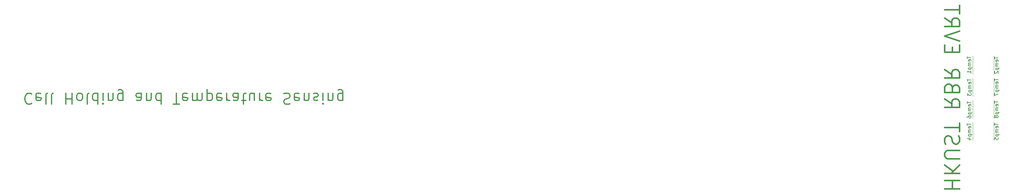
<source format=gbr>
%TF.GenerationSoftware,KiCad,Pcbnew,9.0.2*%
%TF.CreationDate,2025-07-25T15:19:20+08:00*%
%TF.ProjectId,accum_pcb_under,61636375-6d5f-4706-9362-5f756e646572,rev?*%
%TF.SameCoordinates,Original*%
%TF.FileFunction,Legend,Bot*%
%TF.FilePolarity,Positive*%
%FSLAX46Y46*%
G04 Gerber Fmt 4.6, Leading zero omitted, Abs format (unit mm)*
G04 Created by KiCad (PCBNEW 9.0.2) date 2025-07-25 15:19:20*
%MOMM*%
%LPD*%
G01*
G04 APERTURE LIST*
%ADD10C,0.100000*%
%ADD11C,0.150000*%
%ADD12C,0.400000*%
%ADD13C,0.300000*%
G04 APERTURE END LIST*
D10*
X529530115Y-199446257D02*
X529530115Y-204446257D01*
X523805115Y-199454590D02*
X523805115Y-204454590D01*
X529530115Y-217571257D02*
X529530115Y-222571257D01*
X529530115Y-211529590D02*
X529530115Y-216529590D01*
X523805115Y-217579590D02*
X523805115Y-222579590D01*
X523805115Y-205496257D02*
X523805115Y-210496257D01*
X523805115Y-211537923D02*
X523805115Y-216537923D01*
X529530115Y-205487924D02*
X529530115Y-210487924D01*
D11*
X529699934Y-217823512D02*
X529699934Y-218394940D01*
X530699934Y-218109226D02*
X529699934Y-218109226D01*
X530652315Y-219109226D02*
X530699934Y-219013988D01*
X530699934Y-219013988D02*
X530699934Y-218823512D01*
X530699934Y-218823512D02*
X530652315Y-218728274D01*
X530652315Y-218728274D02*
X530557076Y-218680655D01*
X530557076Y-218680655D02*
X530176124Y-218680655D01*
X530176124Y-218680655D02*
X530080886Y-218728274D01*
X530080886Y-218728274D02*
X530033267Y-218823512D01*
X530033267Y-218823512D02*
X530033267Y-219013988D01*
X530033267Y-219013988D02*
X530080886Y-219109226D01*
X530080886Y-219109226D02*
X530176124Y-219156845D01*
X530176124Y-219156845D02*
X530271362Y-219156845D01*
X530271362Y-219156845D02*
X530366600Y-218680655D01*
X530699934Y-219585417D02*
X530033267Y-219585417D01*
X530128505Y-219585417D02*
X530080886Y-219633036D01*
X530080886Y-219633036D02*
X530033267Y-219728274D01*
X530033267Y-219728274D02*
X530033267Y-219871131D01*
X530033267Y-219871131D02*
X530080886Y-219966369D01*
X530080886Y-219966369D02*
X530176124Y-220013988D01*
X530176124Y-220013988D02*
X530699934Y-220013988D01*
X530176124Y-220013988D02*
X530080886Y-220061607D01*
X530080886Y-220061607D02*
X530033267Y-220156845D01*
X530033267Y-220156845D02*
X530033267Y-220299702D01*
X530033267Y-220299702D02*
X530080886Y-220394941D01*
X530080886Y-220394941D02*
X530176124Y-220442560D01*
X530176124Y-220442560D02*
X530699934Y-220442560D01*
X530033267Y-220918750D02*
X531033267Y-220918750D01*
X530080886Y-220918750D02*
X530033267Y-221013988D01*
X530033267Y-221013988D02*
X530033267Y-221204464D01*
X530033267Y-221204464D02*
X530080886Y-221299702D01*
X530080886Y-221299702D02*
X530128505Y-221347321D01*
X530128505Y-221347321D02*
X530223743Y-221394940D01*
X530223743Y-221394940D02*
X530509457Y-221394940D01*
X530509457Y-221394940D02*
X530604695Y-221347321D01*
X530604695Y-221347321D02*
X530652315Y-221299702D01*
X530652315Y-221299702D02*
X530699934Y-221204464D01*
X530699934Y-221204464D02*
X530699934Y-221013988D01*
X530699934Y-221013988D02*
X530652315Y-220918750D01*
X529699934Y-222299702D02*
X529699934Y-221823512D01*
X529699934Y-221823512D02*
X530176124Y-221775893D01*
X530176124Y-221775893D02*
X530128505Y-221823512D01*
X530128505Y-221823512D02*
X530080886Y-221918750D01*
X530080886Y-221918750D02*
X530080886Y-222156845D01*
X530080886Y-222156845D02*
X530128505Y-222252083D01*
X530128505Y-222252083D02*
X530176124Y-222299702D01*
X530176124Y-222299702D02*
X530271362Y-222347321D01*
X530271362Y-222347321D02*
X530509457Y-222347321D01*
X530509457Y-222347321D02*
X530604695Y-222299702D01*
X530604695Y-222299702D02*
X530652315Y-222252083D01*
X530652315Y-222252083D02*
X530699934Y-222156845D01*
X530699934Y-222156845D02*
X530699934Y-221918750D01*
X530699934Y-221918750D02*
X530652315Y-221823512D01*
X530652315Y-221823512D02*
X530604695Y-221775893D01*
X522299934Y-199623512D02*
X522299934Y-200194940D01*
X523299934Y-199909226D02*
X522299934Y-199909226D01*
X523252315Y-200909226D02*
X523299934Y-200813988D01*
X523299934Y-200813988D02*
X523299934Y-200623512D01*
X523299934Y-200623512D02*
X523252315Y-200528274D01*
X523252315Y-200528274D02*
X523157076Y-200480655D01*
X523157076Y-200480655D02*
X522776124Y-200480655D01*
X522776124Y-200480655D02*
X522680886Y-200528274D01*
X522680886Y-200528274D02*
X522633267Y-200623512D01*
X522633267Y-200623512D02*
X522633267Y-200813988D01*
X522633267Y-200813988D02*
X522680886Y-200909226D01*
X522680886Y-200909226D02*
X522776124Y-200956845D01*
X522776124Y-200956845D02*
X522871362Y-200956845D01*
X522871362Y-200956845D02*
X522966600Y-200480655D01*
X523299934Y-201385417D02*
X522633267Y-201385417D01*
X522728505Y-201385417D02*
X522680886Y-201433036D01*
X522680886Y-201433036D02*
X522633267Y-201528274D01*
X522633267Y-201528274D02*
X522633267Y-201671131D01*
X522633267Y-201671131D02*
X522680886Y-201766369D01*
X522680886Y-201766369D02*
X522776124Y-201813988D01*
X522776124Y-201813988D02*
X523299934Y-201813988D01*
X522776124Y-201813988D02*
X522680886Y-201861607D01*
X522680886Y-201861607D02*
X522633267Y-201956845D01*
X522633267Y-201956845D02*
X522633267Y-202099702D01*
X522633267Y-202099702D02*
X522680886Y-202194941D01*
X522680886Y-202194941D02*
X522776124Y-202242560D01*
X522776124Y-202242560D02*
X523299934Y-202242560D01*
X522633267Y-202718750D02*
X523633267Y-202718750D01*
X522680886Y-202718750D02*
X522633267Y-202813988D01*
X522633267Y-202813988D02*
X522633267Y-203004464D01*
X522633267Y-203004464D02*
X522680886Y-203099702D01*
X522680886Y-203099702D02*
X522728505Y-203147321D01*
X522728505Y-203147321D02*
X522823743Y-203194940D01*
X522823743Y-203194940D02*
X523109457Y-203194940D01*
X523109457Y-203194940D02*
X523204695Y-203147321D01*
X523204695Y-203147321D02*
X523252315Y-203099702D01*
X523252315Y-203099702D02*
X523299934Y-203004464D01*
X523299934Y-203004464D02*
X523299934Y-202813988D01*
X523299934Y-202813988D02*
X523252315Y-202718750D01*
X523299934Y-204147321D02*
X523299934Y-203575893D01*
X523299934Y-203861607D02*
X522299934Y-203861607D01*
X522299934Y-203861607D02*
X522442791Y-203766369D01*
X522442791Y-203766369D02*
X522538029Y-203671131D01*
X522538029Y-203671131D02*
X522585648Y-203575893D01*
X529699934Y-205698512D02*
X529699934Y-206269940D01*
X530699934Y-205984226D02*
X529699934Y-205984226D01*
X530652315Y-206984226D02*
X530699934Y-206888988D01*
X530699934Y-206888988D02*
X530699934Y-206698512D01*
X530699934Y-206698512D02*
X530652315Y-206603274D01*
X530652315Y-206603274D02*
X530557076Y-206555655D01*
X530557076Y-206555655D02*
X530176124Y-206555655D01*
X530176124Y-206555655D02*
X530080886Y-206603274D01*
X530080886Y-206603274D02*
X530033267Y-206698512D01*
X530033267Y-206698512D02*
X530033267Y-206888988D01*
X530033267Y-206888988D02*
X530080886Y-206984226D01*
X530080886Y-206984226D02*
X530176124Y-207031845D01*
X530176124Y-207031845D02*
X530271362Y-207031845D01*
X530271362Y-207031845D02*
X530366600Y-206555655D01*
X530699934Y-207460417D02*
X530033267Y-207460417D01*
X530128505Y-207460417D02*
X530080886Y-207508036D01*
X530080886Y-207508036D02*
X530033267Y-207603274D01*
X530033267Y-207603274D02*
X530033267Y-207746131D01*
X530033267Y-207746131D02*
X530080886Y-207841369D01*
X530080886Y-207841369D02*
X530176124Y-207888988D01*
X530176124Y-207888988D02*
X530699934Y-207888988D01*
X530176124Y-207888988D02*
X530080886Y-207936607D01*
X530080886Y-207936607D02*
X530033267Y-208031845D01*
X530033267Y-208031845D02*
X530033267Y-208174702D01*
X530033267Y-208174702D02*
X530080886Y-208269941D01*
X530080886Y-208269941D02*
X530176124Y-208317560D01*
X530176124Y-208317560D02*
X530699934Y-208317560D01*
X530033267Y-208793750D02*
X531033267Y-208793750D01*
X530080886Y-208793750D02*
X530033267Y-208888988D01*
X530033267Y-208888988D02*
X530033267Y-209079464D01*
X530033267Y-209079464D02*
X530080886Y-209174702D01*
X530080886Y-209174702D02*
X530128505Y-209222321D01*
X530128505Y-209222321D02*
X530223743Y-209269940D01*
X530223743Y-209269940D02*
X530509457Y-209269940D01*
X530509457Y-209269940D02*
X530604695Y-209222321D01*
X530604695Y-209222321D02*
X530652315Y-209174702D01*
X530652315Y-209174702D02*
X530699934Y-209079464D01*
X530699934Y-209079464D02*
X530699934Y-208888988D01*
X530699934Y-208888988D02*
X530652315Y-208793750D01*
X529699934Y-209603274D02*
X529699934Y-210269940D01*
X529699934Y-210269940D02*
X530699934Y-209841369D01*
X522324934Y-205773512D02*
X522324934Y-206344940D01*
X523324934Y-206059226D02*
X522324934Y-206059226D01*
X523277315Y-207059226D02*
X523324934Y-206963988D01*
X523324934Y-206963988D02*
X523324934Y-206773512D01*
X523324934Y-206773512D02*
X523277315Y-206678274D01*
X523277315Y-206678274D02*
X523182076Y-206630655D01*
X523182076Y-206630655D02*
X522801124Y-206630655D01*
X522801124Y-206630655D02*
X522705886Y-206678274D01*
X522705886Y-206678274D02*
X522658267Y-206773512D01*
X522658267Y-206773512D02*
X522658267Y-206963988D01*
X522658267Y-206963988D02*
X522705886Y-207059226D01*
X522705886Y-207059226D02*
X522801124Y-207106845D01*
X522801124Y-207106845D02*
X522896362Y-207106845D01*
X522896362Y-207106845D02*
X522991600Y-206630655D01*
X523324934Y-207535417D02*
X522658267Y-207535417D01*
X522753505Y-207535417D02*
X522705886Y-207583036D01*
X522705886Y-207583036D02*
X522658267Y-207678274D01*
X522658267Y-207678274D02*
X522658267Y-207821131D01*
X522658267Y-207821131D02*
X522705886Y-207916369D01*
X522705886Y-207916369D02*
X522801124Y-207963988D01*
X522801124Y-207963988D02*
X523324934Y-207963988D01*
X522801124Y-207963988D02*
X522705886Y-208011607D01*
X522705886Y-208011607D02*
X522658267Y-208106845D01*
X522658267Y-208106845D02*
X522658267Y-208249702D01*
X522658267Y-208249702D02*
X522705886Y-208344941D01*
X522705886Y-208344941D02*
X522801124Y-208392560D01*
X522801124Y-208392560D02*
X523324934Y-208392560D01*
X522658267Y-208868750D02*
X523658267Y-208868750D01*
X522705886Y-208868750D02*
X522658267Y-208963988D01*
X522658267Y-208963988D02*
X522658267Y-209154464D01*
X522658267Y-209154464D02*
X522705886Y-209249702D01*
X522705886Y-209249702D02*
X522753505Y-209297321D01*
X522753505Y-209297321D02*
X522848743Y-209344940D01*
X522848743Y-209344940D02*
X523134457Y-209344940D01*
X523134457Y-209344940D02*
X523229695Y-209297321D01*
X523229695Y-209297321D02*
X523277315Y-209249702D01*
X523277315Y-209249702D02*
X523324934Y-209154464D01*
X523324934Y-209154464D02*
X523324934Y-208963988D01*
X523324934Y-208963988D02*
X523277315Y-208868750D01*
X522324934Y-209678274D02*
X522324934Y-210297321D01*
X522324934Y-210297321D02*
X522705886Y-209963988D01*
X522705886Y-209963988D02*
X522705886Y-210106845D01*
X522705886Y-210106845D02*
X522753505Y-210202083D01*
X522753505Y-210202083D02*
X522801124Y-210249702D01*
X522801124Y-210249702D02*
X522896362Y-210297321D01*
X522896362Y-210297321D02*
X523134457Y-210297321D01*
X523134457Y-210297321D02*
X523229695Y-210249702D01*
X523229695Y-210249702D02*
X523277315Y-210202083D01*
X523277315Y-210202083D02*
X523324934Y-210106845D01*
X523324934Y-210106845D02*
X523324934Y-209821131D01*
X523324934Y-209821131D02*
X523277315Y-209725893D01*
X523277315Y-209725893D02*
X523229695Y-209678274D01*
D12*
X516119438Y-235726052D02*
X520119438Y-235726052D01*
X518214676Y-235726052D02*
X518214676Y-233440337D01*
X516119438Y-233440337D02*
X520119438Y-233440337D01*
X516119438Y-231535576D02*
X520119438Y-231535576D01*
X516119438Y-229249861D02*
X518405153Y-230964147D01*
X520119438Y-229249861D02*
X517833724Y-231535576D01*
X520119438Y-227535576D02*
X516881343Y-227535576D01*
X516881343Y-227535576D02*
X516500391Y-227345099D01*
X516500391Y-227345099D02*
X516309915Y-227154623D01*
X516309915Y-227154623D02*
X516119438Y-226773671D01*
X516119438Y-226773671D02*
X516119438Y-226011766D01*
X516119438Y-226011766D02*
X516309915Y-225630814D01*
X516309915Y-225630814D02*
X516500391Y-225440337D01*
X516500391Y-225440337D02*
X516881343Y-225249861D01*
X516881343Y-225249861D02*
X520119438Y-225249861D01*
X516309915Y-223535576D02*
X516119438Y-222964147D01*
X516119438Y-222964147D02*
X516119438Y-222011766D01*
X516119438Y-222011766D02*
X516309915Y-221630814D01*
X516309915Y-221630814D02*
X516500391Y-221440338D01*
X516500391Y-221440338D02*
X516881343Y-221249861D01*
X516881343Y-221249861D02*
X517262295Y-221249861D01*
X517262295Y-221249861D02*
X517643248Y-221440338D01*
X517643248Y-221440338D02*
X517833724Y-221630814D01*
X517833724Y-221630814D02*
X518024200Y-222011766D01*
X518024200Y-222011766D02*
X518214676Y-222773671D01*
X518214676Y-222773671D02*
X518405153Y-223154623D01*
X518405153Y-223154623D02*
X518595629Y-223345100D01*
X518595629Y-223345100D02*
X518976581Y-223535576D01*
X518976581Y-223535576D02*
X519357534Y-223535576D01*
X519357534Y-223535576D02*
X519738486Y-223345100D01*
X519738486Y-223345100D02*
X519928962Y-223154623D01*
X519928962Y-223154623D02*
X520119438Y-222773671D01*
X520119438Y-222773671D02*
X520119438Y-221821290D01*
X520119438Y-221821290D02*
X519928962Y-221249861D01*
X520119438Y-220107004D02*
X520119438Y-217821290D01*
X516119438Y-218964147D02*
X520119438Y-218964147D01*
X516119438Y-211154623D02*
X518024200Y-212487957D01*
X516119438Y-213440338D02*
X520119438Y-213440338D01*
X520119438Y-213440338D02*
X520119438Y-211916528D01*
X520119438Y-211916528D02*
X519928962Y-211535576D01*
X519928962Y-211535576D02*
X519738486Y-211345099D01*
X519738486Y-211345099D02*
X519357534Y-211154623D01*
X519357534Y-211154623D02*
X518786105Y-211154623D01*
X518786105Y-211154623D02*
X518405153Y-211345099D01*
X518405153Y-211345099D02*
X518214676Y-211535576D01*
X518214676Y-211535576D02*
X518024200Y-211916528D01*
X518024200Y-211916528D02*
X518024200Y-213440338D01*
X518214676Y-208107004D02*
X518024200Y-207535576D01*
X518024200Y-207535576D02*
X517833724Y-207345099D01*
X517833724Y-207345099D02*
X517452772Y-207154623D01*
X517452772Y-207154623D02*
X516881343Y-207154623D01*
X516881343Y-207154623D02*
X516500391Y-207345099D01*
X516500391Y-207345099D02*
X516309915Y-207535576D01*
X516309915Y-207535576D02*
X516119438Y-207916528D01*
X516119438Y-207916528D02*
X516119438Y-209440338D01*
X516119438Y-209440338D02*
X520119438Y-209440338D01*
X520119438Y-209440338D02*
X520119438Y-208107004D01*
X520119438Y-208107004D02*
X519928962Y-207726052D01*
X519928962Y-207726052D02*
X519738486Y-207535576D01*
X519738486Y-207535576D02*
X519357534Y-207345099D01*
X519357534Y-207345099D02*
X518976581Y-207345099D01*
X518976581Y-207345099D02*
X518595629Y-207535576D01*
X518595629Y-207535576D02*
X518405153Y-207726052D01*
X518405153Y-207726052D02*
X518214676Y-208107004D01*
X518214676Y-208107004D02*
X518214676Y-209440338D01*
X516119438Y-203154623D02*
X518024200Y-204487957D01*
X516119438Y-205440338D02*
X520119438Y-205440338D01*
X520119438Y-205440338D02*
X520119438Y-203916528D01*
X520119438Y-203916528D02*
X519928962Y-203535576D01*
X519928962Y-203535576D02*
X519738486Y-203345099D01*
X519738486Y-203345099D02*
X519357534Y-203154623D01*
X519357534Y-203154623D02*
X518786105Y-203154623D01*
X518786105Y-203154623D02*
X518405153Y-203345099D01*
X518405153Y-203345099D02*
X518214676Y-203535576D01*
X518214676Y-203535576D02*
X518024200Y-203916528D01*
X518024200Y-203916528D02*
X518024200Y-205440338D01*
X518214676Y-198392719D02*
X518214676Y-197059385D01*
X516119438Y-196487957D02*
X516119438Y-198392719D01*
X516119438Y-198392719D02*
X520119438Y-198392719D01*
X520119438Y-198392719D02*
X520119438Y-196487957D01*
X520119438Y-195345099D02*
X516119438Y-194011766D01*
X516119438Y-194011766D02*
X520119438Y-192678432D01*
X516119438Y-189059385D02*
X518024200Y-190392719D01*
X516119438Y-191345100D02*
X520119438Y-191345100D01*
X520119438Y-191345100D02*
X520119438Y-189821290D01*
X520119438Y-189821290D02*
X519928962Y-189440338D01*
X519928962Y-189440338D02*
X519738486Y-189249861D01*
X519738486Y-189249861D02*
X519357534Y-189059385D01*
X519357534Y-189059385D02*
X518786105Y-189059385D01*
X518786105Y-189059385D02*
X518405153Y-189249861D01*
X518405153Y-189249861D02*
X518214676Y-189440338D01*
X518214676Y-189440338D02*
X518024200Y-189821290D01*
X518024200Y-189821290D02*
X518024200Y-191345100D01*
X520119438Y-187916528D02*
X520119438Y-185630814D01*
X516119438Y-186773671D02*
X520119438Y-186773671D01*
D11*
X522299934Y-211898512D02*
X522299934Y-212469940D01*
X523299934Y-212184226D02*
X522299934Y-212184226D01*
X523252315Y-213184226D02*
X523299934Y-213088988D01*
X523299934Y-213088988D02*
X523299934Y-212898512D01*
X523299934Y-212898512D02*
X523252315Y-212803274D01*
X523252315Y-212803274D02*
X523157076Y-212755655D01*
X523157076Y-212755655D02*
X522776124Y-212755655D01*
X522776124Y-212755655D02*
X522680886Y-212803274D01*
X522680886Y-212803274D02*
X522633267Y-212898512D01*
X522633267Y-212898512D02*
X522633267Y-213088988D01*
X522633267Y-213088988D02*
X522680886Y-213184226D01*
X522680886Y-213184226D02*
X522776124Y-213231845D01*
X522776124Y-213231845D02*
X522871362Y-213231845D01*
X522871362Y-213231845D02*
X522966600Y-212755655D01*
X523299934Y-213660417D02*
X522633267Y-213660417D01*
X522728505Y-213660417D02*
X522680886Y-213708036D01*
X522680886Y-213708036D02*
X522633267Y-213803274D01*
X522633267Y-213803274D02*
X522633267Y-213946131D01*
X522633267Y-213946131D02*
X522680886Y-214041369D01*
X522680886Y-214041369D02*
X522776124Y-214088988D01*
X522776124Y-214088988D02*
X523299934Y-214088988D01*
X522776124Y-214088988D02*
X522680886Y-214136607D01*
X522680886Y-214136607D02*
X522633267Y-214231845D01*
X522633267Y-214231845D02*
X522633267Y-214374702D01*
X522633267Y-214374702D02*
X522680886Y-214469941D01*
X522680886Y-214469941D02*
X522776124Y-214517560D01*
X522776124Y-214517560D02*
X523299934Y-214517560D01*
X522633267Y-214993750D02*
X523633267Y-214993750D01*
X522680886Y-214993750D02*
X522633267Y-215088988D01*
X522633267Y-215088988D02*
X522633267Y-215279464D01*
X522633267Y-215279464D02*
X522680886Y-215374702D01*
X522680886Y-215374702D02*
X522728505Y-215422321D01*
X522728505Y-215422321D02*
X522823743Y-215469940D01*
X522823743Y-215469940D02*
X523109457Y-215469940D01*
X523109457Y-215469940D02*
X523204695Y-215422321D01*
X523204695Y-215422321D02*
X523252315Y-215374702D01*
X523252315Y-215374702D02*
X523299934Y-215279464D01*
X523299934Y-215279464D02*
X523299934Y-215088988D01*
X523299934Y-215088988D02*
X523252315Y-214993750D01*
X522299934Y-216327083D02*
X522299934Y-216136607D01*
X522299934Y-216136607D02*
X522347553Y-216041369D01*
X522347553Y-216041369D02*
X522395172Y-215993750D01*
X522395172Y-215993750D02*
X522538029Y-215898512D01*
X522538029Y-215898512D02*
X522728505Y-215850893D01*
X522728505Y-215850893D02*
X523109457Y-215850893D01*
X523109457Y-215850893D02*
X523204695Y-215898512D01*
X523204695Y-215898512D02*
X523252315Y-215946131D01*
X523252315Y-215946131D02*
X523299934Y-216041369D01*
X523299934Y-216041369D02*
X523299934Y-216231845D01*
X523299934Y-216231845D02*
X523252315Y-216327083D01*
X523252315Y-216327083D02*
X523204695Y-216374702D01*
X523204695Y-216374702D02*
X523109457Y-216422321D01*
X523109457Y-216422321D02*
X522871362Y-216422321D01*
X522871362Y-216422321D02*
X522776124Y-216374702D01*
X522776124Y-216374702D02*
X522728505Y-216327083D01*
X522728505Y-216327083D02*
X522680886Y-216231845D01*
X522680886Y-216231845D02*
X522680886Y-216041369D01*
X522680886Y-216041369D02*
X522728505Y-215946131D01*
X522728505Y-215946131D02*
X522776124Y-215898512D01*
X522776124Y-215898512D02*
X522871362Y-215850893D01*
X529699934Y-211798512D02*
X529699934Y-212369940D01*
X530699934Y-212084226D02*
X529699934Y-212084226D01*
X530652315Y-213084226D02*
X530699934Y-212988988D01*
X530699934Y-212988988D02*
X530699934Y-212798512D01*
X530699934Y-212798512D02*
X530652315Y-212703274D01*
X530652315Y-212703274D02*
X530557076Y-212655655D01*
X530557076Y-212655655D02*
X530176124Y-212655655D01*
X530176124Y-212655655D02*
X530080886Y-212703274D01*
X530080886Y-212703274D02*
X530033267Y-212798512D01*
X530033267Y-212798512D02*
X530033267Y-212988988D01*
X530033267Y-212988988D02*
X530080886Y-213084226D01*
X530080886Y-213084226D02*
X530176124Y-213131845D01*
X530176124Y-213131845D02*
X530271362Y-213131845D01*
X530271362Y-213131845D02*
X530366600Y-212655655D01*
X530699934Y-213560417D02*
X530033267Y-213560417D01*
X530128505Y-213560417D02*
X530080886Y-213608036D01*
X530080886Y-213608036D02*
X530033267Y-213703274D01*
X530033267Y-213703274D02*
X530033267Y-213846131D01*
X530033267Y-213846131D02*
X530080886Y-213941369D01*
X530080886Y-213941369D02*
X530176124Y-213988988D01*
X530176124Y-213988988D02*
X530699934Y-213988988D01*
X530176124Y-213988988D02*
X530080886Y-214036607D01*
X530080886Y-214036607D02*
X530033267Y-214131845D01*
X530033267Y-214131845D02*
X530033267Y-214274702D01*
X530033267Y-214274702D02*
X530080886Y-214369941D01*
X530080886Y-214369941D02*
X530176124Y-214417560D01*
X530176124Y-214417560D02*
X530699934Y-214417560D01*
X530033267Y-214893750D02*
X531033267Y-214893750D01*
X530080886Y-214893750D02*
X530033267Y-214988988D01*
X530033267Y-214988988D02*
X530033267Y-215179464D01*
X530033267Y-215179464D02*
X530080886Y-215274702D01*
X530080886Y-215274702D02*
X530128505Y-215322321D01*
X530128505Y-215322321D02*
X530223743Y-215369940D01*
X530223743Y-215369940D02*
X530509457Y-215369940D01*
X530509457Y-215369940D02*
X530604695Y-215322321D01*
X530604695Y-215322321D02*
X530652315Y-215274702D01*
X530652315Y-215274702D02*
X530699934Y-215179464D01*
X530699934Y-215179464D02*
X530699934Y-214988988D01*
X530699934Y-214988988D02*
X530652315Y-214893750D01*
X530128505Y-215941369D02*
X530080886Y-215846131D01*
X530080886Y-215846131D02*
X530033267Y-215798512D01*
X530033267Y-215798512D02*
X529938029Y-215750893D01*
X529938029Y-215750893D02*
X529890410Y-215750893D01*
X529890410Y-215750893D02*
X529795172Y-215798512D01*
X529795172Y-215798512D02*
X529747553Y-215846131D01*
X529747553Y-215846131D02*
X529699934Y-215941369D01*
X529699934Y-215941369D02*
X529699934Y-216131845D01*
X529699934Y-216131845D02*
X529747553Y-216227083D01*
X529747553Y-216227083D02*
X529795172Y-216274702D01*
X529795172Y-216274702D02*
X529890410Y-216322321D01*
X529890410Y-216322321D02*
X529938029Y-216322321D01*
X529938029Y-216322321D02*
X530033267Y-216274702D01*
X530033267Y-216274702D02*
X530080886Y-216227083D01*
X530080886Y-216227083D02*
X530128505Y-216131845D01*
X530128505Y-216131845D02*
X530128505Y-215941369D01*
X530128505Y-215941369D02*
X530176124Y-215846131D01*
X530176124Y-215846131D02*
X530223743Y-215798512D01*
X530223743Y-215798512D02*
X530318981Y-215750893D01*
X530318981Y-215750893D02*
X530509457Y-215750893D01*
X530509457Y-215750893D02*
X530604695Y-215798512D01*
X530604695Y-215798512D02*
X530652315Y-215846131D01*
X530652315Y-215846131D02*
X530699934Y-215941369D01*
X530699934Y-215941369D02*
X530699934Y-216131845D01*
X530699934Y-216131845D02*
X530652315Y-216227083D01*
X530652315Y-216227083D02*
X530604695Y-216274702D01*
X530604695Y-216274702D02*
X530509457Y-216322321D01*
X530509457Y-216322321D02*
X530318981Y-216322321D01*
X530318981Y-216322321D02*
X530223743Y-216274702D01*
X530223743Y-216274702D02*
X530176124Y-216227083D01*
X530176124Y-216227083D02*
X530128505Y-216131845D01*
D13*
X267181054Y-209940047D02*
X267038197Y-209797190D01*
X267038197Y-209797190D02*
X266609625Y-209654332D01*
X266609625Y-209654332D02*
X266323911Y-209654332D01*
X266323911Y-209654332D02*
X265895340Y-209797190D01*
X265895340Y-209797190D02*
X265609625Y-210082904D01*
X265609625Y-210082904D02*
X265466768Y-210368618D01*
X265466768Y-210368618D02*
X265323911Y-210940047D01*
X265323911Y-210940047D02*
X265323911Y-211368618D01*
X265323911Y-211368618D02*
X265466768Y-211940047D01*
X265466768Y-211940047D02*
X265609625Y-212225761D01*
X265609625Y-212225761D02*
X265895340Y-212511475D01*
X265895340Y-212511475D02*
X266323911Y-212654332D01*
X266323911Y-212654332D02*
X266609625Y-212654332D01*
X266609625Y-212654332D02*
X267038197Y-212511475D01*
X267038197Y-212511475D02*
X267181054Y-212368618D01*
X269609625Y-209797190D02*
X269323911Y-209654332D01*
X269323911Y-209654332D02*
X268752483Y-209654332D01*
X268752483Y-209654332D02*
X268466768Y-209797190D01*
X268466768Y-209797190D02*
X268323911Y-210082904D01*
X268323911Y-210082904D02*
X268323911Y-211225761D01*
X268323911Y-211225761D02*
X268466768Y-211511475D01*
X268466768Y-211511475D02*
X268752483Y-211654332D01*
X268752483Y-211654332D02*
X269323911Y-211654332D01*
X269323911Y-211654332D02*
X269609625Y-211511475D01*
X269609625Y-211511475D02*
X269752483Y-211225761D01*
X269752483Y-211225761D02*
X269752483Y-210940047D01*
X269752483Y-210940047D02*
X268323911Y-210654332D01*
X271466769Y-209654332D02*
X271181054Y-209797190D01*
X271181054Y-209797190D02*
X271038197Y-210082904D01*
X271038197Y-210082904D02*
X271038197Y-212654332D01*
X273038198Y-209654332D02*
X272752483Y-209797190D01*
X272752483Y-209797190D02*
X272609626Y-210082904D01*
X272609626Y-210082904D02*
X272609626Y-212654332D01*
X276466769Y-209654332D02*
X276466769Y-212654332D01*
X276466769Y-211225761D02*
X278181055Y-211225761D01*
X278181055Y-209654332D02*
X278181055Y-212654332D01*
X280038198Y-209654332D02*
X279752483Y-209797190D01*
X279752483Y-209797190D02*
X279609626Y-209940047D01*
X279609626Y-209940047D02*
X279466769Y-210225761D01*
X279466769Y-210225761D02*
X279466769Y-211082904D01*
X279466769Y-211082904D02*
X279609626Y-211368618D01*
X279609626Y-211368618D02*
X279752483Y-211511475D01*
X279752483Y-211511475D02*
X280038198Y-211654332D01*
X280038198Y-211654332D02*
X280466769Y-211654332D01*
X280466769Y-211654332D02*
X280752483Y-211511475D01*
X280752483Y-211511475D02*
X280895341Y-211368618D01*
X280895341Y-211368618D02*
X281038198Y-211082904D01*
X281038198Y-211082904D02*
X281038198Y-210225761D01*
X281038198Y-210225761D02*
X280895341Y-209940047D01*
X280895341Y-209940047D02*
X280752483Y-209797190D01*
X280752483Y-209797190D02*
X280466769Y-209654332D01*
X280466769Y-209654332D02*
X280038198Y-209654332D01*
X282752484Y-209654332D02*
X282466769Y-209797190D01*
X282466769Y-209797190D02*
X282323912Y-210082904D01*
X282323912Y-210082904D02*
X282323912Y-212654332D01*
X285181056Y-209654332D02*
X285181056Y-212654332D01*
X285181056Y-209797190D02*
X284895341Y-209654332D01*
X284895341Y-209654332D02*
X284323913Y-209654332D01*
X284323913Y-209654332D02*
X284038198Y-209797190D01*
X284038198Y-209797190D02*
X283895341Y-209940047D01*
X283895341Y-209940047D02*
X283752484Y-210225761D01*
X283752484Y-210225761D02*
X283752484Y-211082904D01*
X283752484Y-211082904D02*
X283895341Y-211368618D01*
X283895341Y-211368618D02*
X284038198Y-211511475D01*
X284038198Y-211511475D02*
X284323913Y-211654332D01*
X284323913Y-211654332D02*
X284895341Y-211654332D01*
X284895341Y-211654332D02*
X285181056Y-211511475D01*
X286609627Y-209654332D02*
X286609627Y-211654332D01*
X286609627Y-212654332D02*
X286466770Y-212511475D01*
X286466770Y-212511475D02*
X286609627Y-212368618D01*
X286609627Y-212368618D02*
X286752484Y-212511475D01*
X286752484Y-212511475D02*
X286609627Y-212654332D01*
X286609627Y-212654332D02*
X286609627Y-212368618D01*
X288038198Y-211654332D02*
X288038198Y-209654332D01*
X288038198Y-211368618D02*
X288181055Y-211511475D01*
X288181055Y-211511475D02*
X288466770Y-211654332D01*
X288466770Y-211654332D02*
X288895341Y-211654332D01*
X288895341Y-211654332D02*
X289181055Y-211511475D01*
X289181055Y-211511475D02*
X289323913Y-211225761D01*
X289323913Y-211225761D02*
X289323913Y-209654332D01*
X292038199Y-211654332D02*
X292038199Y-209225761D01*
X292038199Y-209225761D02*
X291895341Y-208940047D01*
X291895341Y-208940047D02*
X291752484Y-208797190D01*
X291752484Y-208797190D02*
X291466770Y-208654332D01*
X291466770Y-208654332D02*
X291038199Y-208654332D01*
X291038199Y-208654332D02*
X290752484Y-208797190D01*
X292038199Y-209797190D02*
X291752484Y-209654332D01*
X291752484Y-209654332D02*
X291181056Y-209654332D01*
X291181056Y-209654332D02*
X290895341Y-209797190D01*
X290895341Y-209797190D02*
X290752484Y-209940047D01*
X290752484Y-209940047D02*
X290609627Y-210225761D01*
X290609627Y-210225761D02*
X290609627Y-211082904D01*
X290609627Y-211082904D02*
X290752484Y-211368618D01*
X290752484Y-211368618D02*
X290895341Y-211511475D01*
X290895341Y-211511475D02*
X291181056Y-211654332D01*
X291181056Y-211654332D02*
X291752484Y-211654332D01*
X291752484Y-211654332D02*
X292038199Y-211511475D01*
X297038199Y-209654332D02*
X297038199Y-211225761D01*
X297038199Y-211225761D02*
X296895341Y-211511475D01*
X296895341Y-211511475D02*
X296609627Y-211654332D01*
X296609627Y-211654332D02*
X296038199Y-211654332D01*
X296038199Y-211654332D02*
X295752484Y-211511475D01*
X297038199Y-209797190D02*
X296752484Y-209654332D01*
X296752484Y-209654332D02*
X296038199Y-209654332D01*
X296038199Y-209654332D02*
X295752484Y-209797190D01*
X295752484Y-209797190D02*
X295609627Y-210082904D01*
X295609627Y-210082904D02*
X295609627Y-210368618D01*
X295609627Y-210368618D02*
X295752484Y-210654332D01*
X295752484Y-210654332D02*
X296038199Y-210797190D01*
X296038199Y-210797190D02*
X296752484Y-210797190D01*
X296752484Y-210797190D02*
X297038199Y-210940047D01*
X298466770Y-211654332D02*
X298466770Y-209654332D01*
X298466770Y-211368618D02*
X298609627Y-211511475D01*
X298609627Y-211511475D02*
X298895342Y-211654332D01*
X298895342Y-211654332D02*
X299323913Y-211654332D01*
X299323913Y-211654332D02*
X299609627Y-211511475D01*
X299609627Y-211511475D02*
X299752485Y-211225761D01*
X299752485Y-211225761D02*
X299752485Y-209654332D01*
X302466771Y-209654332D02*
X302466771Y-212654332D01*
X302466771Y-209797190D02*
X302181056Y-209654332D01*
X302181056Y-209654332D02*
X301609628Y-209654332D01*
X301609628Y-209654332D02*
X301323913Y-209797190D01*
X301323913Y-209797190D02*
X301181056Y-209940047D01*
X301181056Y-209940047D02*
X301038199Y-210225761D01*
X301038199Y-210225761D02*
X301038199Y-211082904D01*
X301038199Y-211082904D02*
X301181056Y-211368618D01*
X301181056Y-211368618D02*
X301323913Y-211511475D01*
X301323913Y-211511475D02*
X301609628Y-211654332D01*
X301609628Y-211654332D02*
X302181056Y-211654332D01*
X302181056Y-211654332D02*
X302466771Y-211511475D01*
X305752485Y-212654332D02*
X307466771Y-212654332D01*
X306609628Y-209654332D02*
X306609628Y-212654332D01*
X309609627Y-209797190D02*
X309323913Y-209654332D01*
X309323913Y-209654332D02*
X308752485Y-209654332D01*
X308752485Y-209654332D02*
X308466770Y-209797190D01*
X308466770Y-209797190D02*
X308323913Y-210082904D01*
X308323913Y-210082904D02*
X308323913Y-211225761D01*
X308323913Y-211225761D02*
X308466770Y-211511475D01*
X308466770Y-211511475D02*
X308752485Y-211654332D01*
X308752485Y-211654332D02*
X309323913Y-211654332D01*
X309323913Y-211654332D02*
X309609627Y-211511475D01*
X309609627Y-211511475D02*
X309752485Y-211225761D01*
X309752485Y-211225761D02*
X309752485Y-210940047D01*
X309752485Y-210940047D02*
X308323913Y-210654332D01*
X311038199Y-209654332D02*
X311038199Y-211654332D01*
X311038199Y-211368618D02*
X311181056Y-211511475D01*
X311181056Y-211511475D02*
X311466771Y-211654332D01*
X311466771Y-211654332D02*
X311895342Y-211654332D01*
X311895342Y-211654332D02*
X312181056Y-211511475D01*
X312181056Y-211511475D02*
X312323914Y-211225761D01*
X312323914Y-211225761D02*
X312323914Y-209654332D01*
X312323914Y-211225761D02*
X312466771Y-211511475D01*
X312466771Y-211511475D02*
X312752485Y-211654332D01*
X312752485Y-211654332D02*
X313181056Y-211654332D01*
X313181056Y-211654332D02*
X313466771Y-211511475D01*
X313466771Y-211511475D02*
X313609628Y-211225761D01*
X313609628Y-211225761D02*
X313609628Y-209654332D01*
X315038199Y-211654332D02*
X315038199Y-208654332D01*
X315038199Y-211511475D02*
X315323914Y-211654332D01*
X315323914Y-211654332D02*
X315895342Y-211654332D01*
X315895342Y-211654332D02*
X316181056Y-211511475D01*
X316181056Y-211511475D02*
X316323914Y-211368618D01*
X316323914Y-211368618D02*
X316466771Y-211082904D01*
X316466771Y-211082904D02*
X316466771Y-210225761D01*
X316466771Y-210225761D02*
X316323914Y-209940047D01*
X316323914Y-209940047D02*
X316181056Y-209797190D01*
X316181056Y-209797190D02*
X315895342Y-209654332D01*
X315895342Y-209654332D02*
X315323914Y-209654332D01*
X315323914Y-209654332D02*
X315038199Y-209797190D01*
X318895342Y-209797190D02*
X318609628Y-209654332D01*
X318609628Y-209654332D02*
X318038200Y-209654332D01*
X318038200Y-209654332D02*
X317752485Y-209797190D01*
X317752485Y-209797190D02*
X317609628Y-210082904D01*
X317609628Y-210082904D02*
X317609628Y-211225761D01*
X317609628Y-211225761D02*
X317752485Y-211511475D01*
X317752485Y-211511475D02*
X318038200Y-211654332D01*
X318038200Y-211654332D02*
X318609628Y-211654332D01*
X318609628Y-211654332D02*
X318895342Y-211511475D01*
X318895342Y-211511475D02*
X319038200Y-211225761D01*
X319038200Y-211225761D02*
X319038200Y-210940047D01*
X319038200Y-210940047D02*
X317609628Y-210654332D01*
X320323914Y-209654332D02*
X320323914Y-211654332D01*
X320323914Y-211082904D02*
X320466771Y-211368618D01*
X320466771Y-211368618D02*
X320609629Y-211511475D01*
X320609629Y-211511475D02*
X320895343Y-211654332D01*
X320895343Y-211654332D02*
X321181057Y-211654332D01*
X323466772Y-209654332D02*
X323466772Y-211225761D01*
X323466772Y-211225761D02*
X323323914Y-211511475D01*
X323323914Y-211511475D02*
X323038200Y-211654332D01*
X323038200Y-211654332D02*
X322466772Y-211654332D01*
X322466772Y-211654332D02*
X322181057Y-211511475D01*
X323466772Y-209797190D02*
X323181057Y-209654332D01*
X323181057Y-209654332D02*
X322466772Y-209654332D01*
X322466772Y-209654332D02*
X322181057Y-209797190D01*
X322181057Y-209797190D02*
X322038200Y-210082904D01*
X322038200Y-210082904D02*
X322038200Y-210368618D01*
X322038200Y-210368618D02*
X322181057Y-210654332D01*
X322181057Y-210654332D02*
X322466772Y-210797190D01*
X322466772Y-210797190D02*
X323181057Y-210797190D01*
X323181057Y-210797190D02*
X323466772Y-210940047D01*
X324466772Y-211654332D02*
X325609629Y-211654332D01*
X324895343Y-212654332D02*
X324895343Y-210082904D01*
X324895343Y-210082904D02*
X325038200Y-209797190D01*
X325038200Y-209797190D02*
X325323915Y-209654332D01*
X325323915Y-209654332D02*
X325609629Y-209654332D01*
X327895344Y-211654332D02*
X327895344Y-209654332D01*
X326609629Y-211654332D02*
X326609629Y-210082904D01*
X326609629Y-210082904D02*
X326752486Y-209797190D01*
X326752486Y-209797190D02*
X327038201Y-209654332D01*
X327038201Y-209654332D02*
X327466772Y-209654332D01*
X327466772Y-209654332D02*
X327752486Y-209797190D01*
X327752486Y-209797190D02*
X327895344Y-209940047D01*
X329323915Y-209654332D02*
X329323915Y-211654332D01*
X329323915Y-211082904D02*
X329466772Y-211368618D01*
X329466772Y-211368618D02*
X329609630Y-211511475D01*
X329609630Y-211511475D02*
X329895344Y-211654332D01*
X329895344Y-211654332D02*
X330181058Y-211654332D01*
X332323915Y-209797190D02*
X332038201Y-209654332D01*
X332038201Y-209654332D02*
X331466773Y-209654332D01*
X331466773Y-209654332D02*
X331181058Y-209797190D01*
X331181058Y-209797190D02*
X331038201Y-210082904D01*
X331038201Y-210082904D02*
X331038201Y-211225761D01*
X331038201Y-211225761D02*
X331181058Y-211511475D01*
X331181058Y-211511475D02*
X331466773Y-211654332D01*
X331466773Y-211654332D02*
X332038201Y-211654332D01*
X332038201Y-211654332D02*
X332323915Y-211511475D01*
X332323915Y-211511475D02*
X332466773Y-211225761D01*
X332466773Y-211225761D02*
X332466773Y-210940047D01*
X332466773Y-210940047D02*
X331038201Y-210654332D01*
X335895344Y-209797190D02*
X336323916Y-209654332D01*
X336323916Y-209654332D02*
X337038201Y-209654332D01*
X337038201Y-209654332D02*
X337323916Y-209797190D01*
X337323916Y-209797190D02*
X337466773Y-209940047D01*
X337466773Y-209940047D02*
X337609630Y-210225761D01*
X337609630Y-210225761D02*
X337609630Y-210511475D01*
X337609630Y-210511475D02*
X337466773Y-210797190D01*
X337466773Y-210797190D02*
X337323916Y-210940047D01*
X337323916Y-210940047D02*
X337038201Y-211082904D01*
X337038201Y-211082904D02*
X336466773Y-211225761D01*
X336466773Y-211225761D02*
X336181058Y-211368618D01*
X336181058Y-211368618D02*
X336038201Y-211511475D01*
X336038201Y-211511475D02*
X335895344Y-211797190D01*
X335895344Y-211797190D02*
X335895344Y-212082904D01*
X335895344Y-212082904D02*
X336038201Y-212368618D01*
X336038201Y-212368618D02*
X336181058Y-212511475D01*
X336181058Y-212511475D02*
X336466773Y-212654332D01*
X336466773Y-212654332D02*
X337181058Y-212654332D01*
X337181058Y-212654332D02*
X337609630Y-212511475D01*
X340038201Y-209797190D02*
X339752487Y-209654332D01*
X339752487Y-209654332D02*
X339181059Y-209654332D01*
X339181059Y-209654332D02*
X338895344Y-209797190D01*
X338895344Y-209797190D02*
X338752487Y-210082904D01*
X338752487Y-210082904D02*
X338752487Y-211225761D01*
X338752487Y-211225761D02*
X338895344Y-211511475D01*
X338895344Y-211511475D02*
X339181059Y-211654332D01*
X339181059Y-211654332D02*
X339752487Y-211654332D01*
X339752487Y-211654332D02*
X340038201Y-211511475D01*
X340038201Y-211511475D02*
X340181059Y-211225761D01*
X340181059Y-211225761D02*
X340181059Y-210940047D01*
X340181059Y-210940047D02*
X338752487Y-210654332D01*
X341466773Y-211654332D02*
X341466773Y-209654332D01*
X341466773Y-211368618D02*
X341609630Y-211511475D01*
X341609630Y-211511475D02*
X341895345Y-211654332D01*
X341895345Y-211654332D02*
X342323916Y-211654332D01*
X342323916Y-211654332D02*
X342609630Y-211511475D01*
X342609630Y-211511475D02*
X342752488Y-211225761D01*
X342752488Y-211225761D02*
X342752488Y-209654332D01*
X344038202Y-209797190D02*
X344323916Y-209654332D01*
X344323916Y-209654332D02*
X344895345Y-209654332D01*
X344895345Y-209654332D02*
X345181059Y-209797190D01*
X345181059Y-209797190D02*
X345323916Y-210082904D01*
X345323916Y-210082904D02*
X345323916Y-210225761D01*
X345323916Y-210225761D02*
X345181059Y-210511475D01*
X345181059Y-210511475D02*
X344895345Y-210654332D01*
X344895345Y-210654332D02*
X344466774Y-210654332D01*
X344466774Y-210654332D02*
X344181059Y-210797190D01*
X344181059Y-210797190D02*
X344038202Y-211082904D01*
X344038202Y-211082904D02*
X344038202Y-211225761D01*
X344038202Y-211225761D02*
X344181059Y-211511475D01*
X344181059Y-211511475D02*
X344466774Y-211654332D01*
X344466774Y-211654332D02*
X344895345Y-211654332D01*
X344895345Y-211654332D02*
X345181059Y-211511475D01*
X346609630Y-209654332D02*
X346609630Y-211654332D01*
X346609630Y-212654332D02*
X346466773Y-212511475D01*
X346466773Y-212511475D02*
X346609630Y-212368618D01*
X346609630Y-212368618D02*
X346752487Y-212511475D01*
X346752487Y-212511475D02*
X346609630Y-212654332D01*
X346609630Y-212654332D02*
X346609630Y-212368618D01*
X348038201Y-211654332D02*
X348038201Y-209654332D01*
X348038201Y-211368618D02*
X348181058Y-211511475D01*
X348181058Y-211511475D02*
X348466773Y-211654332D01*
X348466773Y-211654332D02*
X348895344Y-211654332D01*
X348895344Y-211654332D02*
X349181058Y-211511475D01*
X349181058Y-211511475D02*
X349323916Y-211225761D01*
X349323916Y-211225761D02*
X349323916Y-209654332D01*
X352038202Y-211654332D02*
X352038202Y-209225761D01*
X352038202Y-209225761D02*
X351895344Y-208940047D01*
X351895344Y-208940047D02*
X351752487Y-208797190D01*
X351752487Y-208797190D02*
X351466773Y-208654332D01*
X351466773Y-208654332D02*
X351038202Y-208654332D01*
X351038202Y-208654332D02*
X350752487Y-208797190D01*
X352038202Y-209797190D02*
X351752487Y-209654332D01*
X351752487Y-209654332D02*
X351181059Y-209654332D01*
X351181059Y-209654332D02*
X350895344Y-209797190D01*
X350895344Y-209797190D02*
X350752487Y-209940047D01*
X350752487Y-209940047D02*
X350609630Y-210225761D01*
X350609630Y-210225761D02*
X350609630Y-211082904D01*
X350609630Y-211082904D02*
X350752487Y-211368618D01*
X350752487Y-211368618D02*
X350895344Y-211511475D01*
X350895344Y-211511475D02*
X351181059Y-211654332D01*
X351181059Y-211654332D02*
X351752487Y-211654332D01*
X351752487Y-211654332D02*
X352038202Y-211511475D01*
D11*
X529699934Y-199698512D02*
X529699934Y-200269940D01*
X530699934Y-199984226D02*
X529699934Y-199984226D01*
X530652315Y-200984226D02*
X530699934Y-200888988D01*
X530699934Y-200888988D02*
X530699934Y-200698512D01*
X530699934Y-200698512D02*
X530652315Y-200603274D01*
X530652315Y-200603274D02*
X530557076Y-200555655D01*
X530557076Y-200555655D02*
X530176124Y-200555655D01*
X530176124Y-200555655D02*
X530080886Y-200603274D01*
X530080886Y-200603274D02*
X530033267Y-200698512D01*
X530033267Y-200698512D02*
X530033267Y-200888988D01*
X530033267Y-200888988D02*
X530080886Y-200984226D01*
X530080886Y-200984226D02*
X530176124Y-201031845D01*
X530176124Y-201031845D02*
X530271362Y-201031845D01*
X530271362Y-201031845D02*
X530366600Y-200555655D01*
X530699934Y-201460417D02*
X530033267Y-201460417D01*
X530128505Y-201460417D02*
X530080886Y-201508036D01*
X530080886Y-201508036D02*
X530033267Y-201603274D01*
X530033267Y-201603274D02*
X530033267Y-201746131D01*
X530033267Y-201746131D02*
X530080886Y-201841369D01*
X530080886Y-201841369D02*
X530176124Y-201888988D01*
X530176124Y-201888988D02*
X530699934Y-201888988D01*
X530176124Y-201888988D02*
X530080886Y-201936607D01*
X530080886Y-201936607D02*
X530033267Y-202031845D01*
X530033267Y-202031845D02*
X530033267Y-202174702D01*
X530033267Y-202174702D02*
X530080886Y-202269941D01*
X530080886Y-202269941D02*
X530176124Y-202317560D01*
X530176124Y-202317560D02*
X530699934Y-202317560D01*
X530033267Y-202793750D02*
X531033267Y-202793750D01*
X530080886Y-202793750D02*
X530033267Y-202888988D01*
X530033267Y-202888988D02*
X530033267Y-203079464D01*
X530033267Y-203079464D02*
X530080886Y-203174702D01*
X530080886Y-203174702D02*
X530128505Y-203222321D01*
X530128505Y-203222321D02*
X530223743Y-203269940D01*
X530223743Y-203269940D02*
X530509457Y-203269940D01*
X530509457Y-203269940D02*
X530604695Y-203222321D01*
X530604695Y-203222321D02*
X530652315Y-203174702D01*
X530652315Y-203174702D02*
X530699934Y-203079464D01*
X530699934Y-203079464D02*
X530699934Y-202888988D01*
X530699934Y-202888988D02*
X530652315Y-202793750D01*
X529795172Y-203650893D02*
X529747553Y-203698512D01*
X529747553Y-203698512D02*
X529699934Y-203793750D01*
X529699934Y-203793750D02*
X529699934Y-204031845D01*
X529699934Y-204031845D02*
X529747553Y-204127083D01*
X529747553Y-204127083D02*
X529795172Y-204174702D01*
X529795172Y-204174702D02*
X529890410Y-204222321D01*
X529890410Y-204222321D02*
X529985648Y-204222321D01*
X529985648Y-204222321D02*
X530128505Y-204174702D01*
X530128505Y-204174702D02*
X530699934Y-203603274D01*
X530699934Y-203603274D02*
X530699934Y-204222321D01*
X522299934Y-217873512D02*
X522299934Y-218444940D01*
X523299934Y-218159226D02*
X522299934Y-218159226D01*
X523252315Y-219159226D02*
X523299934Y-219063988D01*
X523299934Y-219063988D02*
X523299934Y-218873512D01*
X523299934Y-218873512D02*
X523252315Y-218778274D01*
X523252315Y-218778274D02*
X523157076Y-218730655D01*
X523157076Y-218730655D02*
X522776124Y-218730655D01*
X522776124Y-218730655D02*
X522680886Y-218778274D01*
X522680886Y-218778274D02*
X522633267Y-218873512D01*
X522633267Y-218873512D02*
X522633267Y-219063988D01*
X522633267Y-219063988D02*
X522680886Y-219159226D01*
X522680886Y-219159226D02*
X522776124Y-219206845D01*
X522776124Y-219206845D02*
X522871362Y-219206845D01*
X522871362Y-219206845D02*
X522966600Y-218730655D01*
X523299934Y-219635417D02*
X522633267Y-219635417D01*
X522728505Y-219635417D02*
X522680886Y-219683036D01*
X522680886Y-219683036D02*
X522633267Y-219778274D01*
X522633267Y-219778274D02*
X522633267Y-219921131D01*
X522633267Y-219921131D02*
X522680886Y-220016369D01*
X522680886Y-220016369D02*
X522776124Y-220063988D01*
X522776124Y-220063988D02*
X523299934Y-220063988D01*
X522776124Y-220063988D02*
X522680886Y-220111607D01*
X522680886Y-220111607D02*
X522633267Y-220206845D01*
X522633267Y-220206845D02*
X522633267Y-220349702D01*
X522633267Y-220349702D02*
X522680886Y-220444941D01*
X522680886Y-220444941D02*
X522776124Y-220492560D01*
X522776124Y-220492560D02*
X523299934Y-220492560D01*
X522633267Y-220968750D02*
X523633267Y-220968750D01*
X522680886Y-220968750D02*
X522633267Y-221063988D01*
X522633267Y-221063988D02*
X522633267Y-221254464D01*
X522633267Y-221254464D02*
X522680886Y-221349702D01*
X522680886Y-221349702D02*
X522728505Y-221397321D01*
X522728505Y-221397321D02*
X522823743Y-221444940D01*
X522823743Y-221444940D02*
X523109457Y-221444940D01*
X523109457Y-221444940D02*
X523204695Y-221397321D01*
X523204695Y-221397321D02*
X523252315Y-221349702D01*
X523252315Y-221349702D02*
X523299934Y-221254464D01*
X523299934Y-221254464D02*
X523299934Y-221063988D01*
X523299934Y-221063988D02*
X523252315Y-220968750D01*
X522633267Y-222302083D02*
X523299934Y-222302083D01*
X522252315Y-222063988D02*
X522966600Y-221825893D01*
X522966600Y-221825893D02*
X522966600Y-222444940D01*
M02*

</source>
